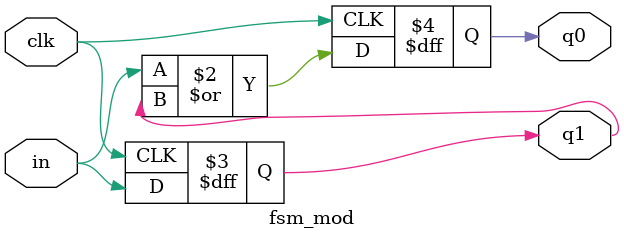
<source format=v>
module fsm_mod(q1,q0,in,clk);
input clk,in;
output q1,q0;
reg q1,q0;

always @(posedge clk) begin
q1 <= in;
q0 <= in | q1;
end
endmodule

</source>
